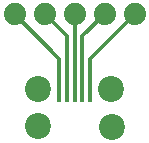
<source format=gbr>
G04 EAGLE Gerber RS-274X export*
G75*
%MOMM*%
%FSLAX34Y34*%
%LPD*%
%INTop Copper*%
%IPPOS*%
%AMOC8*
5,1,8,0,0,1.08239X$1,22.5*%
G01*
%ADD10C,1.879600*%
%ADD11C,2.200000*%
%ADD12R,0.400000X2.200000*%
%ADD13C,0.304800*%


D10*
X165100Y127000D03*
X139700Y127000D03*
X114300Y127000D03*
X88900Y127000D03*
X63500Y127000D03*
D11*
X145505Y31670D03*
X145279Y63769D03*
X83082Y31898D03*
X83222Y63757D03*
D12*
X114300Y63500D03*
X120800Y63500D03*
X127300Y63500D03*
X101300Y63500D03*
X107800Y63500D03*
D13*
X127300Y63500D02*
X127300Y76500D01*
X127300Y89200D01*
X165100Y127000D01*
X120800Y95400D02*
X120800Y63500D01*
X120800Y95400D02*
X120800Y108100D01*
X139700Y127000D01*
X114300Y127000D02*
X114300Y63500D01*
X107800Y63500D02*
X107800Y95400D01*
X107800Y108100D01*
X88900Y127000D01*
X101300Y76500D02*
X101300Y63500D01*
X101300Y76500D02*
X101300Y89200D01*
X63500Y127000D01*
M02*

</source>
